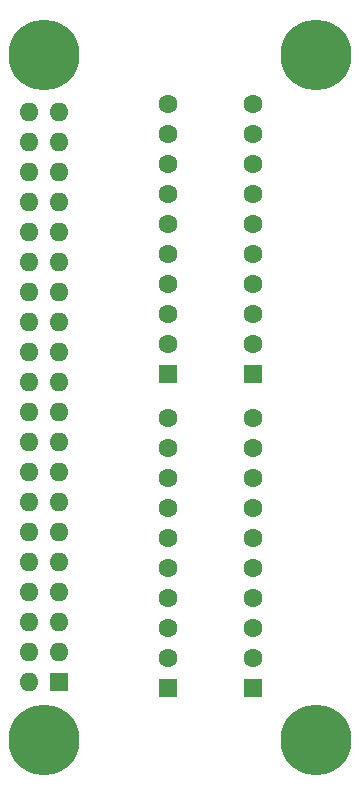
<source format=gbr>
G04 #@! TF.GenerationSoftware,KiCad,Pcbnew,(6.0.0)*
G04 #@! TF.CreationDate,2022-02-24T22:11:55+04:00*
G04 #@! TF.ProjectId,RPi3-screw-terminal-shiel,52506933-2d73-4637-9265-772d7465726d,rev?*
G04 #@! TF.SameCoordinates,Original*
G04 #@! TF.FileFunction,Soldermask,Bot*
G04 #@! TF.FilePolarity,Negative*
%FSLAX46Y46*%
G04 Gerber Fmt 4.6, Leading zero omitted, Abs format (unit mm)*
G04 Created by KiCad (PCBNEW (6.0.0)) date 2022-02-24 22:11:55*
%MOMM*%
%LPD*%
G01*
G04 APERTURE LIST*
G04 Aperture macros list*
%AMRoundRect*
0 Rectangle with rounded corners*
0 $1 Rounding radius*
0 $2 $3 $4 $5 $6 $7 $8 $9 X,Y pos of 4 corners*
0 Add a 4 corners polygon primitive as box body*
4,1,4,$2,$3,$4,$5,$6,$7,$8,$9,$2,$3,0*
0 Add four circle primitives for the rounded corners*
1,1,$1+$1,$2,$3*
1,1,$1+$1,$4,$5*
1,1,$1+$1,$6,$7*
1,1,$1+$1,$8,$9*
0 Add four rect primitives between the rounded corners*
20,1,$1+$1,$2,$3,$4,$5,0*
20,1,$1+$1,$4,$5,$6,$7,0*
20,1,$1+$1,$6,$7,$8,$9,0*
20,1,$1+$1,$8,$9,$2,$3,0*%
G04 Aperture macros list end*
%ADD10RoundRect,0.050000X0.750000X-0.750000X0.750000X0.750000X-0.750000X0.750000X-0.750000X-0.750000X0*%
%ADD11C,1.600000*%
%ADD12C,6.000000*%
%ADD13RoundRect,0.050000X-0.750000X-0.750000X0.750000X-0.750000X0.750000X0.750000X-0.750000X0.750000X0*%
%ADD14O,1.600000X1.600000*%
G04 APERTURE END LIST*
D10*
G04 #@! TO.C,J3*
X109500000Y-65900000D03*
D11*
X109500000Y-63360000D03*
X109500000Y-60820000D03*
X109500000Y-58280000D03*
X109500000Y-55740000D03*
X109500000Y-53200000D03*
X109500000Y-50660000D03*
X109500000Y-48120000D03*
X109500000Y-45580000D03*
X109500000Y-43040000D03*
G04 #@! TD*
D10*
G04 #@! TO.C,J4*
X102300000Y-92460000D03*
D11*
X102300000Y-89920000D03*
X102300000Y-87380000D03*
X102300000Y-84840000D03*
X102300000Y-82300000D03*
X102300000Y-79760000D03*
X102300000Y-77220000D03*
X102300000Y-74680000D03*
X102300000Y-72140000D03*
X102300000Y-69600000D03*
G04 #@! TD*
D10*
G04 #@! TO.C,J2*
X109500000Y-92460000D03*
D11*
X109500000Y-89920000D03*
X109500000Y-87380000D03*
X109500000Y-84840000D03*
X109500000Y-82300000D03*
X109500000Y-79760000D03*
X109500000Y-77220000D03*
X109500000Y-74680000D03*
X109500000Y-72140000D03*
X109500000Y-69600000D03*
G04 #@! TD*
D10*
G04 #@! TO.C,J5*
X102300000Y-65900000D03*
D11*
X102300000Y-63360000D03*
X102300000Y-60820000D03*
X102300000Y-58280000D03*
X102300000Y-55740000D03*
X102300000Y-53200000D03*
X102300000Y-50660000D03*
X102300000Y-48120000D03*
X102300000Y-45580000D03*
X102300000Y-43040000D03*
G04 #@! TD*
D12*
G04 #@! TO.C,J1*
X114830000Y-38870000D03*
X114830000Y-96870000D03*
X91830000Y-38870000D03*
X91830000Y-96870000D03*
D13*
X93100000Y-92000000D03*
D14*
X90560000Y-92000000D03*
X93100000Y-89460000D03*
X90560000Y-89460000D03*
X93100000Y-86920000D03*
X90560000Y-86920000D03*
X93100000Y-84380000D03*
X90560000Y-84380000D03*
X93100000Y-81840000D03*
X90560000Y-81840000D03*
X93100000Y-79300000D03*
X90560000Y-79300000D03*
X93100000Y-76760000D03*
X90560000Y-76760000D03*
X93100000Y-74220000D03*
X90560000Y-74220000D03*
X93100000Y-71680000D03*
X90560000Y-71680000D03*
X93100000Y-69140000D03*
X90560000Y-69140000D03*
X93100000Y-66600000D03*
X90560000Y-66600000D03*
X93100000Y-64060000D03*
X90560000Y-64060000D03*
X93100000Y-61520000D03*
X90560000Y-61520000D03*
X93100000Y-58980000D03*
X90560000Y-58980000D03*
X93100000Y-56440000D03*
X90560000Y-56440000D03*
X93100000Y-53900000D03*
X90560000Y-53900000D03*
X93100000Y-51360000D03*
X90560000Y-51360000D03*
X93100000Y-48820000D03*
X90560000Y-48820000D03*
X93100000Y-46280000D03*
X90560000Y-46280000D03*
X93100000Y-43740000D03*
X90560000Y-43740000D03*
G04 #@! TD*
M02*

</source>
